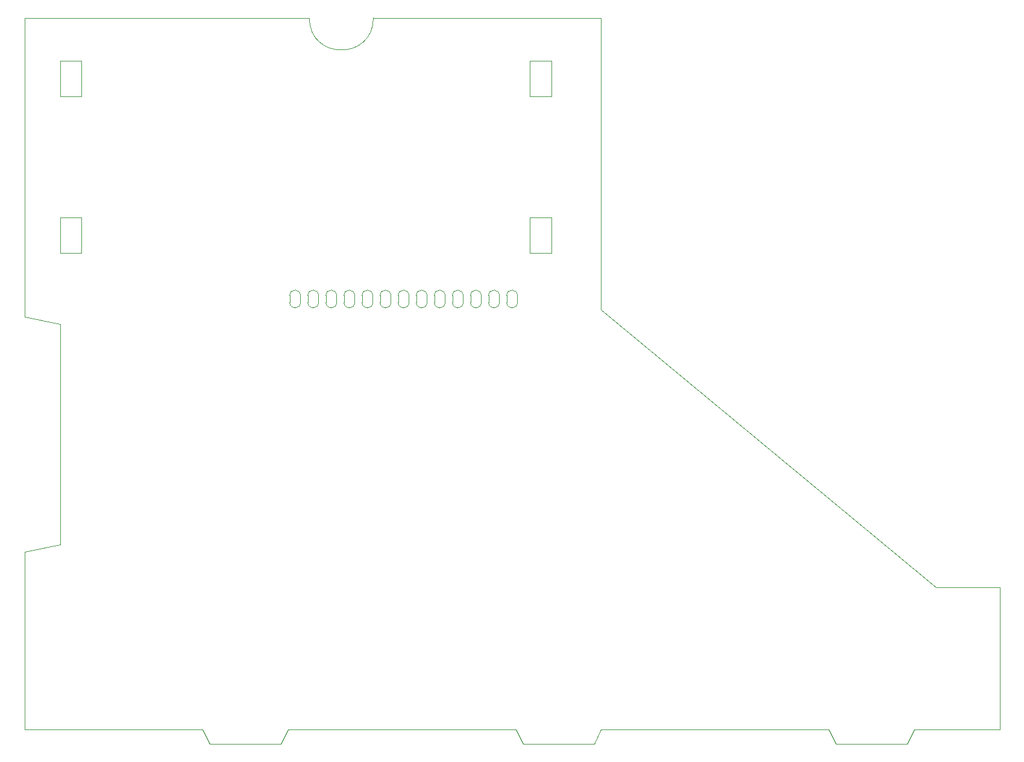
<source format=gm1>
G04 #@! TF.GenerationSoftware,KiCad,Pcbnew,(5.1.7)-1*
G04 #@! TF.CreationDate,2022-06-07T11:20:06+02:00*
G04 #@! TF.ProjectId,Anzeige-Modul,416e7a65-6967-4652-9d4d-6f64756c2e6b,rev?*
G04 #@! TF.SameCoordinates,Original*
G04 #@! TF.FileFunction,Profile,NP*
%FSLAX46Y46*%
G04 Gerber Fmt 4.6, Leading zero omitted, Abs format (unit mm)*
G04 Created by KiCad (PCBNEW (5.1.7)-1) date 2022-06-07 11:20:06*
%MOMM*%
%LPD*%
G01*
G04 APERTURE LIST*
G04 #@! TA.AperFunction,Profile*
%ADD10C,0.050000*%
G04 #@! TD*
G04 #@! TA.AperFunction,Profile*
%ADD11C,0.100000*%
G04 #@! TD*
G04 APERTURE END LIST*
D10*
X19000000Y-57000000D02*
X19000000Y-88000000D01*
X14000000Y-56000000D02*
X19000000Y-57000000D01*
X19000000Y-88000000D02*
X14000000Y-89000000D01*
X14000000Y-114000000D02*
X14000000Y-89000000D01*
X51250000Y-53000000D02*
X51250000Y-54000000D01*
X52750000Y-53000000D02*
X52750000Y-54000000D01*
X53790000Y-53000000D02*
X53790000Y-54000000D01*
X55290000Y-53000000D02*
X55290000Y-54000000D01*
X56330000Y-53000000D02*
X56330000Y-54000000D01*
X57830000Y-53000000D02*
X57830000Y-54000000D01*
X58870000Y-53000000D02*
X58870000Y-54000000D01*
X60370000Y-53000000D02*
X60370000Y-54000000D01*
X61410000Y-53000000D02*
X61410000Y-54000000D01*
X62910000Y-53000000D02*
X62910000Y-54000000D01*
X63950000Y-53000000D02*
X63950000Y-54000000D01*
X65450000Y-53000000D02*
X65450000Y-54000000D01*
X66490000Y-53000000D02*
X66490000Y-54000000D01*
X67990000Y-53000000D02*
X67990000Y-54000000D01*
X69030000Y-53000000D02*
X69030000Y-54000000D01*
X70530000Y-53000000D02*
X70530000Y-54000000D01*
X71570000Y-53000000D02*
X71570000Y-54000000D01*
X73070000Y-53000000D02*
X73070000Y-54000000D01*
X74110000Y-53000000D02*
X74110000Y-54000000D01*
X75610000Y-53000000D02*
X75610000Y-54000000D01*
X76650000Y-53000000D02*
X76650000Y-54000000D01*
X78150000Y-53000000D02*
X78150000Y-54000000D01*
X79190000Y-53000000D02*
X79190000Y-54000000D01*
X80690000Y-53000000D02*
X80690000Y-54000000D01*
X51250000Y-53000000D02*
G75*
G02*
X52750000Y-53000000I750000J0D01*
G01*
X53790000Y-53000000D02*
G75*
G02*
X55290000Y-53000000I750000J0D01*
G01*
X56330000Y-53000000D02*
G75*
G02*
X57830000Y-53000000I750000J0D01*
G01*
X58870000Y-53000000D02*
G75*
G02*
X60370000Y-53000000I750000J0D01*
G01*
X61410000Y-53000000D02*
G75*
G02*
X62910000Y-53000000I750000J0D01*
G01*
X63950000Y-53000000D02*
G75*
G02*
X65450000Y-53000000I750000J0D01*
G01*
X66490000Y-53000000D02*
G75*
G02*
X67990000Y-53000000I750000J0D01*
G01*
X69030000Y-53000000D02*
G75*
G02*
X70530000Y-53000000I750000J0D01*
G01*
X71570000Y-53000000D02*
G75*
G02*
X73070000Y-53000000I750000J0D01*
G01*
X74110000Y-53000000D02*
G75*
G02*
X75610000Y-53000000I750000J0D01*
G01*
X76650000Y-53000000D02*
G75*
G02*
X78150000Y-53000000I750000J0D01*
G01*
X79190000Y-53000000D02*
G75*
G02*
X80690000Y-53000000I750000J0D01*
G01*
X52750000Y-54000000D02*
G75*
G02*
X51250000Y-54000000I-750000J0D01*
G01*
X55290000Y-54000000D02*
G75*
G02*
X53790000Y-54000000I-750000J0D01*
G01*
X57830000Y-54000000D02*
G75*
G02*
X56330000Y-54000000I-750000J0D01*
G01*
X60370000Y-54000000D02*
G75*
G02*
X58870000Y-54000000I-750000J0D01*
G01*
X62910000Y-54000000D02*
G75*
G02*
X61410000Y-54000000I-750000J0D01*
G01*
X65450000Y-54000000D02*
G75*
G02*
X63950000Y-54000000I-750000J0D01*
G01*
X67990000Y-54000000D02*
G75*
G02*
X66490000Y-54000000I-750000J0D01*
G01*
X70530000Y-54000000D02*
G75*
G02*
X69030000Y-54000000I-750000J0D01*
G01*
X73070000Y-54000000D02*
G75*
G02*
X71570000Y-54000000I-750000J0D01*
G01*
X75610000Y-54000000D02*
G75*
G02*
X74110000Y-54000000I-750000J0D01*
G01*
X78150000Y-54000000D02*
G75*
G02*
X76650000Y-54000000I-750000J0D01*
G01*
X80690000Y-54000000D02*
G75*
G02*
X79190000Y-54000000I-750000J0D01*
G01*
X81730000Y-53000000D02*
G75*
G02*
X83230000Y-53000000I750000J0D01*
G01*
X81730000Y-54000000D02*
X81730000Y-53000000D01*
X83230000Y-54000000D02*
X83230000Y-53000000D01*
X83230000Y-54000000D02*
G75*
G02*
X81730000Y-54000000I-750000J0D01*
G01*
D11*
X88000000Y-42000000D02*
X88000000Y-47000000D01*
X85000000Y-42000000D02*
X88000000Y-42000000D01*
X85000000Y-47000000D02*
X85000000Y-42000000D01*
X88000000Y-47000000D02*
X85000000Y-47000000D01*
X88000000Y-20000000D02*
X88000000Y-25000000D01*
X85000000Y-20000000D02*
X88000000Y-20000000D01*
X85000000Y-25000000D02*
X85000000Y-20000000D01*
X88000000Y-25000000D02*
X85000000Y-25000000D01*
X22000000Y-42000000D02*
X22000000Y-47000000D01*
X19000000Y-42000000D02*
X22000000Y-42000000D01*
X19000000Y-47000000D02*
X19000000Y-42000000D01*
X22000000Y-47000000D02*
X19000000Y-47000000D01*
X22000000Y-20000000D02*
X22000000Y-25000000D01*
X19000000Y-20000000D02*
X22000000Y-20000000D01*
X19000000Y-25000000D02*
X19000000Y-20000000D01*
X22000000Y-25000000D02*
X19000000Y-25000000D01*
D10*
X63000000Y-14000000D02*
G75*
G02*
X54000000Y-14000000I-4500000J0D01*
G01*
X138000000Y-116000000D02*
X139000000Y-114000000D01*
X128000000Y-116000000D02*
X138000000Y-116000000D01*
X127000000Y-114000000D02*
X128000000Y-116000000D01*
X94000000Y-116000000D02*
X95000000Y-114000000D01*
X84000000Y-116000000D02*
X94000000Y-116000000D01*
X83000000Y-114000000D02*
X84000000Y-116000000D01*
X40000000Y-116000000D02*
X50000000Y-116000000D01*
X51000000Y-114000000D02*
X50000000Y-116000000D01*
X39000000Y-114000000D02*
X40000000Y-116000000D01*
X95000000Y-14000000D02*
X63000000Y-14000000D01*
X14000000Y-14000000D02*
X54000000Y-14000000D01*
X14000000Y-14000000D02*
X14000000Y-56000000D01*
X142000000Y-94000000D02*
X95000000Y-55000000D01*
X151000000Y-94000000D02*
X142000000Y-94000000D01*
X139000000Y-114000000D02*
X151000000Y-114000000D01*
X95000000Y-114000000D02*
X127000000Y-114000000D01*
X51000000Y-114000000D02*
X83000000Y-114000000D01*
X14000000Y-114000000D02*
X39000000Y-114000000D01*
X151000000Y-114000000D02*
X151000000Y-94000000D01*
X95000000Y-14000000D02*
X95000000Y-55000000D01*
M02*

</source>
